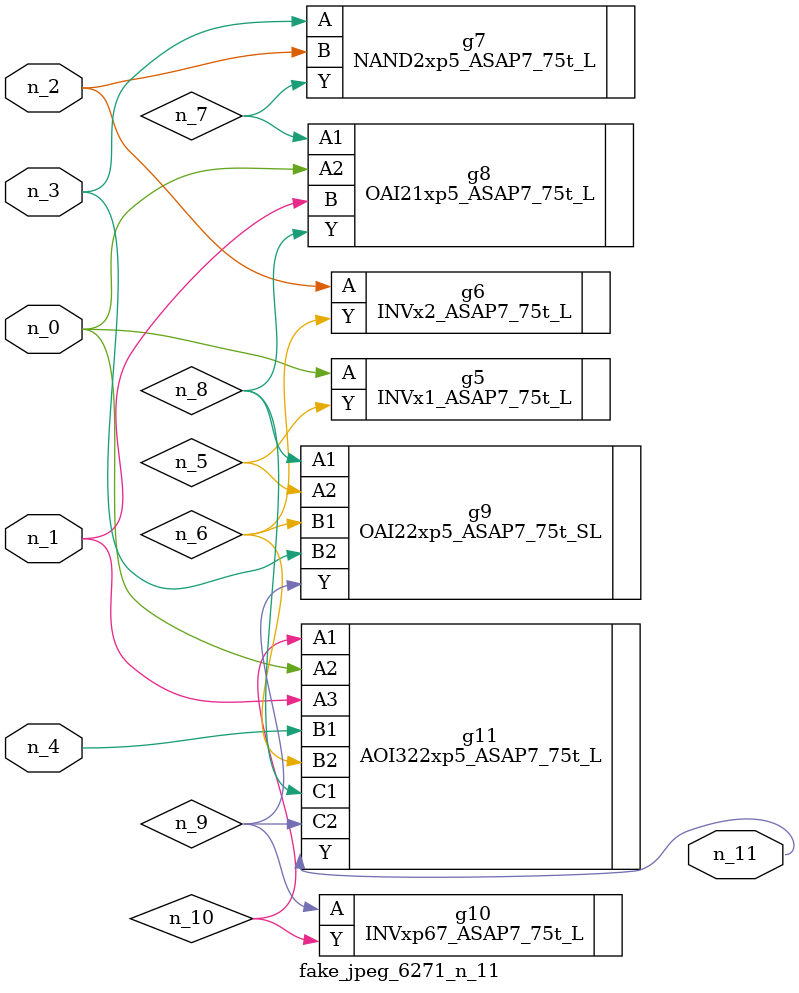
<source format=v>
module fake_jpeg_6271_n_11 (n_3, n_2, n_1, n_0, n_4, n_11);

input n_3;
input n_2;
input n_1;
input n_0;
input n_4;

output n_11;

wire n_10;
wire n_8;
wire n_9;
wire n_6;
wire n_5;
wire n_7;

INVx1_ASAP7_75t_L g5 ( 
.A(n_0),
.Y(n_5)
);

INVx2_ASAP7_75t_L g6 ( 
.A(n_2),
.Y(n_6)
);

NAND2xp5_ASAP7_75t_L g7 ( 
.A(n_3),
.B(n_2),
.Y(n_7)
);

OAI21xp5_ASAP7_75t_L g8 ( 
.A1(n_7),
.A2(n_0),
.B(n_1),
.Y(n_8)
);

OAI22xp5_ASAP7_75t_SL g9 ( 
.A1(n_8),
.A2(n_5),
.B1(n_6),
.B2(n_3),
.Y(n_9)
);

INVxp67_ASAP7_75t_L g10 ( 
.A(n_9),
.Y(n_10)
);

AOI322xp5_ASAP7_75t_L g11 ( 
.A1(n_10),
.A2(n_0),
.A3(n_1),
.B1(n_4),
.B2(n_6),
.C1(n_8),
.C2(n_9),
.Y(n_11)
);


endmodule
</source>
